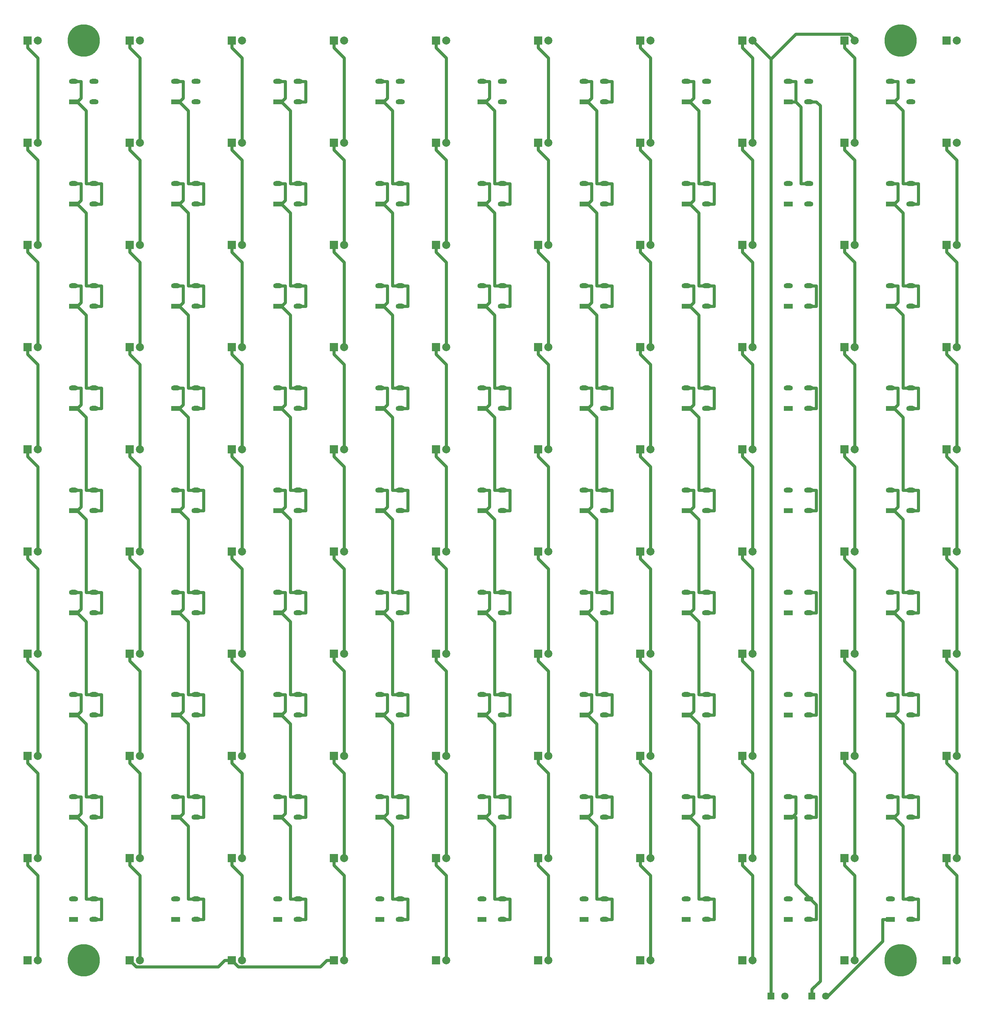
<source format=gbr>
G04 #@! TF.GenerationSoftware,KiCad,Pcbnew,5.1.2-f72e74a~84~ubuntu16.04.1*
G04 #@! TF.CreationDate,2019-10-21T15:23:02-07:00*
G04 #@! TF.ProjectId,dual_led_array,6475616c-5f6c-4656-945f-61727261792e,rev?*
G04 #@! TF.SameCoordinates,Original*
G04 #@! TF.FileFunction,Copper,L2,Bot*
G04 #@! TF.FilePolarity,Positive*
%FSLAX46Y46*%
G04 Gerber Fmt 4.6, Leading zero omitted, Abs format (unit mm)*
G04 Created by KiCad (PCBNEW 5.1.2-f72e74a~84~ubuntu16.04.1) date 2019-10-21 15:23:02*
%MOMM*%
%LPD*%
G04 APERTURE LIST*
%ADD10C,8.026400*%
%ADD11C,2.000000*%
%ADD12R,2.000000X2.000000*%
%ADD13O,2.286000X1.270000*%
%ADD14R,2.286000X1.270000*%
%ADD15C,1.800000*%
%ADD16R,1.800000X1.800000*%
%ADD17C,0.762000*%
G04 APERTURE END LIST*
D10*
X279400000Y-292100000D03*
X76200000Y-292100000D03*
X76200000Y-63500000D03*
X279400000Y-63500000D03*
D11*
X64770000Y-63500000D03*
D12*
X62230000Y-63500000D03*
D11*
X64770000Y-88900000D03*
D12*
X62230000Y-88900000D03*
D11*
X64770000Y-114300000D03*
D12*
X62230000Y-114300000D03*
D11*
X64770000Y-139700000D03*
D12*
X62230000Y-139700000D03*
D11*
X64770000Y-165100000D03*
D12*
X62230000Y-165100000D03*
D11*
X64770000Y-190500000D03*
D12*
X62230000Y-190500000D03*
D11*
X64770000Y-215900000D03*
D12*
X62230000Y-215900000D03*
D11*
X64770000Y-241300000D03*
D12*
X62230000Y-241300000D03*
D11*
X64770000Y-266700000D03*
D12*
X62230000Y-266700000D03*
D11*
X64770000Y-292100000D03*
D12*
X62230000Y-292100000D03*
D11*
X90170000Y-63500000D03*
D12*
X87630000Y-63500000D03*
D11*
X90170000Y-88900000D03*
D12*
X87630000Y-88900000D03*
D11*
X90170000Y-114300000D03*
D12*
X87630000Y-114300000D03*
D11*
X90170000Y-139700000D03*
D12*
X87630000Y-139700000D03*
D11*
X90170000Y-165100000D03*
D12*
X87630000Y-165100000D03*
D11*
X90170000Y-190500000D03*
D12*
X87630000Y-190500000D03*
D11*
X90170000Y-215900000D03*
D12*
X87630000Y-215900000D03*
D11*
X90170000Y-241300000D03*
D12*
X87630000Y-241300000D03*
D11*
X90170000Y-266700000D03*
D12*
X87630000Y-266700000D03*
D11*
X90170000Y-292100000D03*
D12*
X87630000Y-292100000D03*
D11*
X115570000Y-63500000D03*
D12*
X113030000Y-63500000D03*
D11*
X115570000Y-88900000D03*
D12*
X113030000Y-88900000D03*
D11*
X115570000Y-114300000D03*
D12*
X113030000Y-114300000D03*
D11*
X115570000Y-139700000D03*
D12*
X113030000Y-139700000D03*
D11*
X115570000Y-165100000D03*
D12*
X113030000Y-165100000D03*
D11*
X115570000Y-190500000D03*
D12*
X113030000Y-190500000D03*
D11*
X115570000Y-215900000D03*
D12*
X113030000Y-215900000D03*
D11*
X115570000Y-241300000D03*
D12*
X113030000Y-241300000D03*
D11*
X115570000Y-266700000D03*
D12*
X113030000Y-266700000D03*
D11*
X115570000Y-292100000D03*
D12*
X113030000Y-292100000D03*
D11*
X140970000Y-63500000D03*
D12*
X138430000Y-63500000D03*
D11*
X140970000Y-88900000D03*
D12*
X138430000Y-88900000D03*
D11*
X140970000Y-114300000D03*
D12*
X138430000Y-114300000D03*
D11*
X140970000Y-139700000D03*
D12*
X138430000Y-139700000D03*
D11*
X140970000Y-165100000D03*
D12*
X138430000Y-165100000D03*
D11*
X140970000Y-190500000D03*
D12*
X138430000Y-190500000D03*
D11*
X140970000Y-215900000D03*
D12*
X138430000Y-215900000D03*
D11*
X140970000Y-241300000D03*
D12*
X138430000Y-241300000D03*
D11*
X140970000Y-266700000D03*
D12*
X138430000Y-266700000D03*
D11*
X140970000Y-292100000D03*
D12*
X138430000Y-292100000D03*
D11*
X166370000Y-63500000D03*
D12*
X163830000Y-63500000D03*
D11*
X166370000Y-88900000D03*
D12*
X163830000Y-88900000D03*
D11*
X166370000Y-114300000D03*
D12*
X163830000Y-114300000D03*
D11*
X166370000Y-139700000D03*
D12*
X163830000Y-139700000D03*
D11*
X166370000Y-165100000D03*
D12*
X163830000Y-165100000D03*
D11*
X166370000Y-190500000D03*
D12*
X163830000Y-190500000D03*
D11*
X166370000Y-215900000D03*
D12*
X163830000Y-215900000D03*
D11*
X166370000Y-241300000D03*
D12*
X163830000Y-241300000D03*
D11*
X166370000Y-266700000D03*
D12*
X163830000Y-266700000D03*
D11*
X166370000Y-292100000D03*
D12*
X163830000Y-292100000D03*
D11*
X191770000Y-63500000D03*
D12*
X189230000Y-63500000D03*
D11*
X191770000Y-88900000D03*
D12*
X189230000Y-88900000D03*
D11*
X191770000Y-114300000D03*
D12*
X189230000Y-114300000D03*
D11*
X191770000Y-139700000D03*
D12*
X189230000Y-139700000D03*
D11*
X191770000Y-165100000D03*
D12*
X189230000Y-165100000D03*
D11*
X191770000Y-190500000D03*
D12*
X189230000Y-190500000D03*
D11*
X191770000Y-215900000D03*
D12*
X189230000Y-215900000D03*
D11*
X191770000Y-241300000D03*
D12*
X189230000Y-241300000D03*
D11*
X191770000Y-266700000D03*
D12*
X189230000Y-266700000D03*
D11*
X191770000Y-292100000D03*
D12*
X189230000Y-292100000D03*
D11*
X217170000Y-63500000D03*
D12*
X214630000Y-63500000D03*
D11*
X217170000Y-88900000D03*
D12*
X214630000Y-88900000D03*
D11*
X217170000Y-114300000D03*
D12*
X214630000Y-114300000D03*
D11*
X217170000Y-139700000D03*
D12*
X214630000Y-139700000D03*
D11*
X217170000Y-165100000D03*
D12*
X214630000Y-165100000D03*
D11*
X217170000Y-190500000D03*
D12*
X214630000Y-190500000D03*
D11*
X217170000Y-215900000D03*
D12*
X214630000Y-215900000D03*
D11*
X217170000Y-241300000D03*
D12*
X214630000Y-241300000D03*
D11*
X217170000Y-266700000D03*
D12*
X214630000Y-266700000D03*
D11*
X217170000Y-292100000D03*
D12*
X214630000Y-292100000D03*
D11*
X242570000Y-63500000D03*
D12*
X240030000Y-63500000D03*
D11*
X242570000Y-88900000D03*
D12*
X240030000Y-88900000D03*
D11*
X242570000Y-114300000D03*
D12*
X240030000Y-114300000D03*
D11*
X242570000Y-139700000D03*
D12*
X240030000Y-139700000D03*
D11*
X242570000Y-165100000D03*
D12*
X240030000Y-165100000D03*
D11*
X242570000Y-190500000D03*
D12*
X240030000Y-190500000D03*
D11*
X242570000Y-215900000D03*
D12*
X240030000Y-215900000D03*
D11*
X242570000Y-241300000D03*
D12*
X240030000Y-241300000D03*
D11*
X242570000Y-266700000D03*
D12*
X240030000Y-266700000D03*
D11*
X242570000Y-292100000D03*
D12*
X240030000Y-292100000D03*
D11*
X267970000Y-63500000D03*
D12*
X265430000Y-63500000D03*
D11*
X267970000Y-88900000D03*
D12*
X265430000Y-88900000D03*
D11*
X267970000Y-114300000D03*
D12*
X265430000Y-114300000D03*
D11*
X267970000Y-139700000D03*
D12*
X265430000Y-139700000D03*
D11*
X267970000Y-165100000D03*
D12*
X265430000Y-165100000D03*
D11*
X267970000Y-190500000D03*
D12*
X265430000Y-190500000D03*
D11*
X267970000Y-215900000D03*
D12*
X265430000Y-215900000D03*
D11*
X267970000Y-241300000D03*
D12*
X265430000Y-241300000D03*
D11*
X267970000Y-266700000D03*
D12*
X265430000Y-266700000D03*
D11*
X267970000Y-292100000D03*
D12*
X265430000Y-292100000D03*
D11*
X293370000Y-63500000D03*
D12*
X290830000Y-63500000D03*
D11*
X293370000Y-88900000D03*
D12*
X290830000Y-88900000D03*
D11*
X293370000Y-114300000D03*
D12*
X290830000Y-114300000D03*
D11*
X293370000Y-139700000D03*
D12*
X290830000Y-139700000D03*
D11*
X293370000Y-165100000D03*
D12*
X290830000Y-165100000D03*
D11*
X293370000Y-190500000D03*
D12*
X290830000Y-190500000D03*
D11*
X293370000Y-215900000D03*
D12*
X290830000Y-215900000D03*
D11*
X293370000Y-241300000D03*
D12*
X290830000Y-241300000D03*
D11*
X293370000Y-266700000D03*
D12*
X290830000Y-266700000D03*
D11*
X293370000Y-292100000D03*
D12*
X290830000Y-292100000D03*
D13*
X73660000Y-73660000D03*
X78740000Y-73660000D03*
X78740000Y-78740000D03*
D14*
X73660000Y-78740000D03*
D13*
X73660000Y-99060000D03*
X78740000Y-99060000D03*
X78740000Y-104140000D03*
D14*
X73660000Y-104140000D03*
D13*
X73660000Y-124460000D03*
X78740000Y-124460000D03*
X78740000Y-129540000D03*
D14*
X73660000Y-129540000D03*
D13*
X73660000Y-149860000D03*
X78740000Y-149860000D03*
X78740000Y-154940000D03*
D14*
X73660000Y-154940000D03*
D13*
X73660000Y-175260000D03*
X78740000Y-175260000D03*
X78740000Y-180340000D03*
D14*
X73660000Y-180340000D03*
D13*
X73660000Y-200660000D03*
X78740000Y-200660000D03*
X78740000Y-205740000D03*
D14*
X73660000Y-205740000D03*
D13*
X73660000Y-226060000D03*
X78740000Y-226060000D03*
X78740000Y-231140000D03*
D14*
X73660000Y-231140000D03*
D13*
X73660000Y-251460000D03*
X78740000Y-251460000D03*
X78740000Y-256540000D03*
D14*
X73660000Y-256540000D03*
D13*
X73660000Y-276860000D03*
X78740000Y-276860000D03*
X78740000Y-281940000D03*
D14*
X73660000Y-281940000D03*
D13*
X99060000Y-73660000D03*
X104140000Y-73660000D03*
X104140000Y-78740000D03*
D14*
X99060000Y-78740000D03*
D13*
X99060000Y-99060000D03*
X104140000Y-99060000D03*
X104140000Y-104140000D03*
D14*
X99060000Y-104140000D03*
D13*
X99060000Y-124460000D03*
X104140000Y-124460000D03*
X104140000Y-129540000D03*
D14*
X99060000Y-129540000D03*
D13*
X99060000Y-149860000D03*
X104140000Y-149860000D03*
X104140000Y-154940000D03*
D14*
X99060000Y-154940000D03*
D13*
X99060000Y-175260000D03*
X104140000Y-175260000D03*
X104140000Y-180340000D03*
D14*
X99060000Y-180340000D03*
D13*
X99060000Y-200660000D03*
X104140000Y-200660000D03*
X104140000Y-205740000D03*
D14*
X99060000Y-205740000D03*
D13*
X99060000Y-226060000D03*
X104140000Y-226060000D03*
X104140000Y-231140000D03*
D14*
X99060000Y-231140000D03*
D13*
X99060000Y-251460000D03*
X104140000Y-251460000D03*
X104140000Y-256540000D03*
D14*
X99060000Y-256540000D03*
D13*
X99060000Y-276860000D03*
X104140000Y-276860000D03*
X104140000Y-281940000D03*
D14*
X99060000Y-281940000D03*
D13*
X124460000Y-73660000D03*
X129540000Y-73660000D03*
X129540000Y-78740000D03*
D14*
X124460000Y-78740000D03*
D13*
X124460000Y-99060000D03*
X129540000Y-99060000D03*
X129540000Y-104140000D03*
D14*
X124460000Y-104140000D03*
D13*
X124460000Y-124460000D03*
X129540000Y-124460000D03*
X129540000Y-129540000D03*
D14*
X124460000Y-129540000D03*
D13*
X124460000Y-149860000D03*
X129540000Y-149860000D03*
X129540000Y-154940000D03*
D14*
X124460000Y-154940000D03*
D13*
X124460000Y-175260000D03*
X129540000Y-175260000D03*
X129540000Y-180340000D03*
D14*
X124460000Y-180340000D03*
D13*
X124460000Y-200660000D03*
X129540000Y-200660000D03*
X129540000Y-205740000D03*
D14*
X124460000Y-205740000D03*
D13*
X124460000Y-226060000D03*
X129540000Y-226060000D03*
X129540000Y-231140000D03*
D14*
X124460000Y-231140000D03*
D13*
X124460000Y-251460000D03*
X129540000Y-251460000D03*
X129540000Y-256540000D03*
D14*
X124460000Y-256540000D03*
D13*
X124460000Y-276860000D03*
X129540000Y-276860000D03*
X129540000Y-281940000D03*
D14*
X124460000Y-281940000D03*
D13*
X149860000Y-73660000D03*
X154940000Y-73660000D03*
X154940000Y-78740000D03*
D14*
X149860000Y-78740000D03*
D13*
X149860000Y-99060000D03*
X154940000Y-99060000D03*
X154940000Y-104140000D03*
D14*
X149860000Y-104140000D03*
D13*
X149860000Y-124460000D03*
X154940000Y-124460000D03*
X154940000Y-129540000D03*
D14*
X149860000Y-129540000D03*
D13*
X149860000Y-149860000D03*
X154940000Y-149860000D03*
X154940000Y-154940000D03*
D14*
X149860000Y-154940000D03*
D13*
X149860000Y-175260000D03*
X154940000Y-175260000D03*
X154940000Y-180340000D03*
D14*
X149860000Y-180340000D03*
D13*
X149860000Y-200660000D03*
X154940000Y-200660000D03*
X154940000Y-205740000D03*
D14*
X149860000Y-205740000D03*
D13*
X149860000Y-226060000D03*
X154940000Y-226060000D03*
X154940000Y-231140000D03*
D14*
X149860000Y-231140000D03*
D13*
X149860000Y-251460000D03*
X154940000Y-251460000D03*
X154940000Y-256540000D03*
D14*
X149860000Y-256540000D03*
D13*
X149860000Y-276860000D03*
X154940000Y-276860000D03*
X154940000Y-281940000D03*
D14*
X149860000Y-281940000D03*
D13*
X175260000Y-73660000D03*
X180340000Y-73660000D03*
X180340000Y-78740000D03*
D14*
X175260000Y-78740000D03*
D13*
X175260000Y-99060000D03*
X180340000Y-99060000D03*
X180340000Y-104140000D03*
D14*
X175260000Y-104140000D03*
D13*
X175260000Y-124460000D03*
X180340000Y-124460000D03*
X180340000Y-129540000D03*
D14*
X175260000Y-129540000D03*
D13*
X175260000Y-149860000D03*
X180340000Y-149860000D03*
X180340000Y-154940000D03*
D14*
X175260000Y-154940000D03*
D13*
X175260000Y-175260000D03*
X180340000Y-175260000D03*
X180340000Y-180340000D03*
D14*
X175260000Y-180340000D03*
D13*
X175260000Y-200660000D03*
X180340000Y-200660000D03*
X180340000Y-205740000D03*
D14*
X175260000Y-205740000D03*
D13*
X175260000Y-226060000D03*
X180340000Y-226060000D03*
X180340000Y-231140000D03*
D14*
X175260000Y-231140000D03*
D13*
X175260000Y-251460000D03*
X180340000Y-251460000D03*
X180340000Y-256540000D03*
D14*
X175260000Y-256540000D03*
D13*
X175260000Y-276860000D03*
X180340000Y-276860000D03*
X180340000Y-281940000D03*
D14*
X175260000Y-281940000D03*
D13*
X200660000Y-73660000D03*
X205740000Y-73660000D03*
X205740000Y-78740000D03*
D14*
X200660000Y-78740000D03*
D13*
X200660000Y-99060000D03*
X205740000Y-99060000D03*
X205740000Y-104140000D03*
D14*
X200660000Y-104140000D03*
D13*
X200660000Y-124460000D03*
X205740000Y-124460000D03*
X205740000Y-129540000D03*
D14*
X200660000Y-129540000D03*
D13*
X200660000Y-149860000D03*
X205740000Y-149860000D03*
X205740000Y-154940000D03*
D14*
X200660000Y-154940000D03*
D13*
X200660000Y-175260000D03*
X205740000Y-175260000D03*
X205740000Y-180340000D03*
D14*
X200660000Y-180340000D03*
D13*
X200660000Y-200660000D03*
X205740000Y-200660000D03*
X205740000Y-205740000D03*
D14*
X200660000Y-205740000D03*
D13*
X200660000Y-226060000D03*
X205740000Y-226060000D03*
X205740000Y-231140000D03*
D14*
X200660000Y-231140000D03*
D13*
X200660000Y-251460000D03*
X205740000Y-251460000D03*
X205740000Y-256540000D03*
D14*
X200660000Y-256540000D03*
D13*
X200660000Y-276860000D03*
X205740000Y-276860000D03*
X205740000Y-281940000D03*
D14*
X200660000Y-281940000D03*
D13*
X226060000Y-73660000D03*
X231140000Y-73660000D03*
X231140000Y-78740000D03*
D14*
X226060000Y-78740000D03*
D13*
X226060000Y-99060000D03*
X231140000Y-99060000D03*
X231140000Y-104140000D03*
D14*
X226060000Y-104140000D03*
D13*
X226060000Y-124460000D03*
X231140000Y-124460000D03*
X231140000Y-129540000D03*
D14*
X226060000Y-129540000D03*
D13*
X226060000Y-149860000D03*
X231140000Y-149860000D03*
X231140000Y-154940000D03*
D14*
X226060000Y-154940000D03*
D13*
X226060000Y-175260000D03*
X231140000Y-175260000D03*
X231140000Y-180340000D03*
D14*
X226060000Y-180340000D03*
D13*
X226060000Y-200660000D03*
X231140000Y-200660000D03*
X231140000Y-205740000D03*
D14*
X226060000Y-205740000D03*
D13*
X226060000Y-226060000D03*
X231140000Y-226060000D03*
X231140000Y-231140000D03*
D14*
X226060000Y-231140000D03*
D13*
X226060000Y-251460000D03*
X231140000Y-251460000D03*
X231140000Y-256540000D03*
D14*
X226060000Y-256540000D03*
D13*
X226060000Y-276860000D03*
X231140000Y-276860000D03*
X231140000Y-281940000D03*
D14*
X226060000Y-281940000D03*
D13*
X251460000Y-73660000D03*
X256540000Y-73660000D03*
X256540000Y-78740000D03*
D14*
X251460000Y-78740000D03*
D13*
X251460000Y-99060000D03*
X256540000Y-99060000D03*
X256540000Y-104140000D03*
D14*
X251460000Y-104140000D03*
D13*
X251460000Y-124460000D03*
X256540000Y-124460000D03*
X256540000Y-129540000D03*
D14*
X251460000Y-129540000D03*
D13*
X251460000Y-149860000D03*
X256540000Y-149860000D03*
X256540000Y-154940000D03*
D14*
X251460000Y-154940000D03*
D13*
X251460000Y-175260000D03*
X256540000Y-175260000D03*
X256540000Y-180340000D03*
D14*
X251460000Y-180340000D03*
D13*
X251460000Y-200660000D03*
X256540000Y-200660000D03*
X256540000Y-205740000D03*
D14*
X251460000Y-205740000D03*
D13*
X251460000Y-226060000D03*
X256540000Y-226060000D03*
X256540000Y-231140000D03*
D14*
X251460000Y-231140000D03*
D13*
X251460000Y-251460000D03*
X256540000Y-251460000D03*
X256540000Y-256540000D03*
D14*
X251460000Y-256540000D03*
D13*
X251460000Y-276860000D03*
X256540000Y-276860000D03*
X256540000Y-281940000D03*
D14*
X251460000Y-281940000D03*
D13*
X276860000Y-73660000D03*
X281940000Y-73660000D03*
X281940000Y-78740000D03*
D14*
X276860000Y-78740000D03*
D13*
X276860000Y-99060000D03*
X281940000Y-99060000D03*
X281940000Y-104140000D03*
D14*
X276860000Y-104140000D03*
D13*
X276860000Y-124460000D03*
X281940000Y-124460000D03*
X281940000Y-129540000D03*
D14*
X276860000Y-129540000D03*
D13*
X276860000Y-149860000D03*
X281940000Y-149860000D03*
X281940000Y-154940000D03*
D14*
X276860000Y-154940000D03*
D13*
X276860000Y-175260000D03*
X281940000Y-175260000D03*
X281940000Y-180340000D03*
D14*
X276860000Y-180340000D03*
D13*
X276860000Y-200660000D03*
X281940000Y-200660000D03*
X281940000Y-205740000D03*
D14*
X276860000Y-205740000D03*
D13*
X276860000Y-226060000D03*
X281940000Y-226060000D03*
X281940000Y-231140000D03*
D14*
X276860000Y-231140000D03*
D13*
X276860000Y-251460000D03*
X281940000Y-251460000D03*
X281940000Y-256540000D03*
D14*
X276860000Y-256540000D03*
D13*
X276860000Y-276860000D03*
X281940000Y-276860000D03*
X281940000Y-281940000D03*
D14*
X276860000Y-281940000D03*
D15*
X250670060Y-300990000D03*
D16*
X247169940Y-300990000D03*
D15*
X260830060Y-300990000D03*
D16*
X257329940Y-300990000D03*
D17*
X62230000Y-63500000D02*
X62230000Y-65262000D01*
X64770000Y-88900000D02*
X64770000Y-67802000D01*
X64770000Y-67802000D02*
X62230000Y-65262000D01*
X247169900Y-68099900D02*
X242570000Y-63500000D01*
X247169900Y-300990000D02*
X247169900Y-68099900D01*
X247169900Y-68099900D02*
X253351200Y-61918600D01*
X253351200Y-61918600D02*
X266700000Y-61918600D01*
X266700000Y-61918600D02*
X267970000Y-63188600D01*
X267970000Y-63188600D02*
X267970000Y-63500000D01*
X62230000Y-88900000D02*
X62230000Y-90662000D01*
X64770000Y-114300000D02*
X64770000Y-93202000D01*
X64770000Y-93202000D02*
X62230000Y-90662000D01*
X62230000Y-114300000D02*
X62230000Y-116062000D01*
X64770000Y-139700000D02*
X64770000Y-118602000D01*
X64770000Y-118602000D02*
X62230000Y-116062000D01*
X62230000Y-139700000D02*
X62230000Y-141462000D01*
X64770000Y-165100000D02*
X64770000Y-144002000D01*
X64770000Y-144002000D02*
X62230000Y-141462000D01*
X62230000Y-165100000D02*
X62230000Y-166862000D01*
X64770000Y-190500000D02*
X64770000Y-169402000D01*
X64770000Y-169402000D02*
X62230000Y-166862000D01*
X62230000Y-190500000D02*
X62230000Y-192262000D01*
X64770000Y-215900000D02*
X64770000Y-194802000D01*
X64770000Y-194802000D02*
X62230000Y-192262000D01*
X62230000Y-215900000D02*
X62230000Y-217662000D01*
X64770000Y-241300000D02*
X64770000Y-220202000D01*
X64770000Y-220202000D02*
X62230000Y-217662000D01*
X62230000Y-241300000D02*
X62230000Y-243062000D01*
X64770000Y-266700000D02*
X64770000Y-245602000D01*
X64770000Y-245602000D02*
X62230000Y-243062000D01*
X62230000Y-266700000D02*
X62230000Y-268462000D01*
X64770000Y-292100000D02*
X64770000Y-271002000D01*
X64770000Y-271002000D02*
X62230000Y-268462000D01*
X138430000Y-292100000D02*
X136668000Y-292100000D01*
X136668000Y-292100000D02*
X135071000Y-293697000D01*
X135071000Y-293697000D02*
X114627000Y-293697000D01*
X114627000Y-293697000D02*
X113030000Y-292100000D01*
X113030000Y-292100000D02*
X111268000Y-292100000D01*
X111268000Y-292100000D02*
X109671000Y-293697000D01*
X109671000Y-293697000D02*
X89227000Y-293697000D01*
X89227000Y-293697000D02*
X87630000Y-292100000D01*
X87630000Y-63500000D02*
X87630000Y-65262000D01*
X90170000Y-88900000D02*
X90170000Y-67802000D01*
X90170000Y-67802000D02*
X87630000Y-65262000D01*
X87630000Y-88900000D02*
X87630000Y-90662000D01*
X90170000Y-114300000D02*
X90170000Y-93202000D01*
X90170000Y-93202000D02*
X87630000Y-90662000D01*
X87630000Y-114300000D02*
X87630000Y-116062000D01*
X90170000Y-139700000D02*
X90170000Y-118602000D01*
X90170000Y-118602000D02*
X87630000Y-116062000D01*
X87630000Y-139700000D02*
X87630000Y-141462000D01*
X90170000Y-165100000D02*
X90170000Y-144002000D01*
X90170000Y-144002000D02*
X87630000Y-141462000D01*
X87630000Y-165100000D02*
X87630000Y-166862000D01*
X90170000Y-190500000D02*
X90170000Y-169402000D01*
X90170000Y-169402000D02*
X87630000Y-166862000D01*
X87630000Y-190500000D02*
X87630000Y-192262000D01*
X90170000Y-215900000D02*
X90170000Y-194802000D01*
X90170000Y-194802000D02*
X87630000Y-192262000D01*
X87630000Y-215900000D02*
X87630000Y-217662000D01*
X90170000Y-241300000D02*
X90170000Y-220202000D01*
X90170000Y-220202000D02*
X87630000Y-217662000D01*
X87630000Y-241300000D02*
X87630000Y-243062000D01*
X90170000Y-266700000D02*
X90170000Y-245602000D01*
X90170000Y-245602000D02*
X87630000Y-243062000D01*
X87630000Y-266700000D02*
X87630000Y-268462000D01*
X90170000Y-292100000D02*
X90170000Y-271002000D01*
X90170000Y-271002000D02*
X87630000Y-268462000D01*
X113030000Y-63500000D02*
X113030000Y-65262000D01*
X115570000Y-88900000D02*
X115570000Y-67802000D01*
X115570000Y-67802000D02*
X113030000Y-65262000D01*
X113030000Y-88900000D02*
X113030000Y-90662000D01*
X115570000Y-114300000D02*
X115570000Y-93202000D01*
X115570000Y-93202000D02*
X113030000Y-90662000D01*
X113030000Y-114300000D02*
X113030000Y-116062000D01*
X115570000Y-139700000D02*
X115570000Y-118602000D01*
X115570000Y-118602000D02*
X113030000Y-116062000D01*
X113030000Y-139700000D02*
X113030000Y-141462000D01*
X115570000Y-165100000D02*
X115570000Y-144002000D01*
X115570000Y-144002000D02*
X113030000Y-141462000D01*
X113030000Y-165100000D02*
X113030000Y-166862000D01*
X115570000Y-190500000D02*
X115570000Y-169402000D01*
X115570000Y-169402000D02*
X113030000Y-166862000D01*
X113030000Y-190500000D02*
X113030000Y-192262000D01*
X115570000Y-215900000D02*
X115570000Y-194802000D01*
X115570000Y-194802000D02*
X113030000Y-192262000D01*
X113030000Y-215900000D02*
X113030000Y-217662000D01*
X115570000Y-241300000D02*
X115570000Y-220202000D01*
X115570000Y-220202000D02*
X113030000Y-217662000D01*
X113030000Y-241300000D02*
X113030000Y-243062000D01*
X115570000Y-266700000D02*
X115570000Y-245602000D01*
X115570000Y-245602000D02*
X113030000Y-243062000D01*
X113030000Y-266700000D02*
X113030000Y-268462000D01*
X115570000Y-292100000D02*
X115570000Y-271002000D01*
X115570000Y-271002000D02*
X113030000Y-268462000D01*
X138430000Y-63500000D02*
X138430000Y-65262000D01*
X140970000Y-88900000D02*
X140970000Y-67802000D01*
X140970000Y-67802000D02*
X138430000Y-65262000D01*
X138430000Y-88900000D02*
X138430000Y-90662000D01*
X140970000Y-114300000D02*
X140970000Y-93202000D01*
X140970000Y-93202000D02*
X138430000Y-90662000D01*
X138430000Y-114300000D02*
X138430000Y-116062000D01*
X140970000Y-139700000D02*
X140970000Y-118602000D01*
X140970000Y-118602000D02*
X138430000Y-116062000D01*
X138430000Y-139700000D02*
X138430000Y-141462000D01*
X140970000Y-165100000D02*
X140970000Y-144002000D01*
X140970000Y-144002000D02*
X138430000Y-141462000D01*
X138430000Y-165100000D02*
X138430000Y-166862000D01*
X140970000Y-190500000D02*
X140970000Y-169402000D01*
X140970000Y-169402000D02*
X138430000Y-166862000D01*
X138430000Y-190500000D02*
X138430000Y-192262000D01*
X140970000Y-215900000D02*
X140970000Y-194802000D01*
X140970000Y-194802000D02*
X138430000Y-192262000D01*
X138430000Y-215900000D02*
X138430000Y-217662000D01*
X140970000Y-241300000D02*
X140970000Y-220202000D01*
X140970000Y-220202000D02*
X138430000Y-217662000D01*
X138430000Y-241300000D02*
X138430000Y-243062000D01*
X140970000Y-266700000D02*
X140970000Y-245602000D01*
X140970000Y-245602000D02*
X138430000Y-243062000D01*
X138430000Y-266700000D02*
X138430000Y-268462000D01*
X140970000Y-292100000D02*
X140970000Y-271002000D01*
X140970000Y-271002000D02*
X138430000Y-268462000D01*
X163830000Y-63500000D02*
X163830000Y-65262000D01*
X166370000Y-88900000D02*
X166370000Y-67802000D01*
X166370000Y-67802000D02*
X163830000Y-65262000D01*
X163830000Y-88900000D02*
X163830000Y-90662000D01*
X166370000Y-114300000D02*
X166370000Y-93202000D01*
X166370000Y-93202000D02*
X163830000Y-90662000D01*
X163830000Y-114300000D02*
X163830000Y-116062000D01*
X166370000Y-139700000D02*
X166370000Y-118602000D01*
X166370000Y-118602000D02*
X163830000Y-116062000D01*
X163830000Y-139700000D02*
X163830000Y-141462000D01*
X166370000Y-165100000D02*
X166370000Y-144002000D01*
X166370000Y-144002000D02*
X163830000Y-141462000D01*
X163830000Y-165100000D02*
X163830000Y-166862000D01*
X166370000Y-190500000D02*
X166370000Y-169402000D01*
X166370000Y-169402000D02*
X163830000Y-166862000D01*
X163830000Y-190500000D02*
X163830000Y-192262000D01*
X166370000Y-215900000D02*
X166370000Y-194802000D01*
X166370000Y-194802000D02*
X163830000Y-192262000D01*
X163830000Y-215900000D02*
X163830000Y-217662000D01*
X166370000Y-241300000D02*
X166370000Y-220202000D01*
X166370000Y-220202000D02*
X163830000Y-217662000D01*
X163830000Y-241300000D02*
X163830000Y-243062000D01*
X166370000Y-266700000D02*
X166370000Y-245602000D01*
X166370000Y-245602000D02*
X163830000Y-243062000D01*
X163830000Y-266700000D02*
X163830000Y-268462000D01*
X166370000Y-292100000D02*
X166370000Y-271002000D01*
X166370000Y-271002000D02*
X163830000Y-268462000D01*
X189230000Y-63500000D02*
X189230000Y-65262000D01*
X191770000Y-88900000D02*
X191770000Y-67802000D01*
X191770000Y-67802000D02*
X189230000Y-65262000D01*
X189230000Y-88900000D02*
X189230000Y-90662000D01*
X191770000Y-114300000D02*
X191770000Y-93202000D01*
X191770000Y-93202000D02*
X189230000Y-90662000D01*
X189230000Y-114300000D02*
X189230000Y-116062000D01*
X191770000Y-139700000D02*
X191770000Y-118602000D01*
X191770000Y-118602000D02*
X189230000Y-116062000D01*
X189230000Y-139700000D02*
X189230000Y-141462000D01*
X191770000Y-165100000D02*
X191770000Y-144002000D01*
X191770000Y-144002000D02*
X189230000Y-141462000D01*
X189230000Y-165100000D02*
X189230000Y-166862000D01*
X191770000Y-190500000D02*
X191770000Y-169402000D01*
X191770000Y-169402000D02*
X189230000Y-166862000D01*
X189230000Y-190500000D02*
X189230000Y-192262000D01*
X191770000Y-215900000D02*
X191770000Y-194802000D01*
X191770000Y-194802000D02*
X189230000Y-192262000D01*
X189230000Y-215900000D02*
X189230000Y-217662000D01*
X191770000Y-241300000D02*
X191770000Y-220202000D01*
X191770000Y-220202000D02*
X189230000Y-217662000D01*
X189230000Y-241300000D02*
X189230000Y-243062000D01*
X191770000Y-266700000D02*
X191770000Y-245602000D01*
X191770000Y-245602000D02*
X189230000Y-243062000D01*
X189230000Y-266700000D02*
X189230000Y-268462000D01*
X191770000Y-292100000D02*
X191770000Y-271002000D01*
X191770000Y-271002000D02*
X189230000Y-268462000D01*
X214630000Y-63500000D02*
X214630000Y-65262000D01*
X217170000Y-88900000D02*
X217170000Y-67802000D01*
X217170000Y-67802000D02*
X214630000Y-65262000D01*
X214630000Y-88900000D02*
X214630000Y-90662000D01*
X217170000Y-114300000D02*
X217170000Y-93202000D01*
X217170000Y-93202000D02*
X214630000Y-90662000D01*
X214630000Y-114300000D02*
X214630000Y-116062000D01*
X217170000Y-139700000D02*
X217170000Y-118602000D01*
X217170000Y-118602000D02*
X214630000Y-116062000D01*
X214630000Y-139700000D02*
X214630000Y-141462000D01*
X217170000Y-165100000D02*
X217170000Y-144002000D01*
X217170000Y-144002000D02*
X214630000Y-141462000D01*
X214630000Y-165100000D02*
X214630000Y-166862000D01*
X217170000Y-190500000D02*
X217170000Y-169402000D01*
X217170000Y-169402000D02*
X214630000Y-166862000D01*
X214630000Y-190500000D02*
X214630000Y-192262000D01*
X217170000Y-215900000D02*
X217170000Y-194802000D01*
X217170000Y-194802000D02*
X214630000Y-192262000D01*
X214630000Y-215900000D02*
X214630000Y-217662000D01*
X217170000Y-241300000D02*
X217170000Y-220202000D01*
X217170000Y-220202000D02*
X214630000Y-217662000D01*
X214630000Y-241300000D02*
X214630000Y-243062000D01*
X217170000Y-266700000D02*
X217170000Y-245602000D01*
X217170000Y-245602000D02*
X214630000Y-243062000D01*
X214630000Y-266700000D02*
X214630000Y-268462000D01*
X217170000Y-292100000D02*
X217170000Y-271002000D01*
X217170000Y-271002000D02*
X214630000Y-268462000D01*
X240030000Y-63500000D02*
X240030000Y-65262000D01*
X242570000Y-88900000D02*
X242570000Y-67802000D01*
X242570000Y-67802000D02*
X240030000Y-65262000D01*
X240030000Y-88900000D02*
X240030000Y-90662000D01*
X242570000Y-114300000D02*
X242570000Y-93202000D01*
X242570000Y-93202000D02*
X240030000Y-90662000D01*
X240030000Y-114300000D02*
X240030000Y-116062000D01*
X242570000Y-139700000D02*
X242570000Y-118602000D01*
X242570000Y-118602000D02*
X240030000Y-116062000D01*
X240030000Y-139700000D02*
X240030000Y-141462000D01*
X242570000Y-165100000D02*
X242570000Y-144002000D01*
X242570000Y-144002000D02*
X240030000Y-141462000D01*
X240030000Y-165100000D02*
X240030000Y-166862000D01*
X242570000Y-190500000D02*
X242570000Y-169402000D01*
X242570000Y-169402000D02*
X240030000Y-166862000D01*
X240030000Y-190500000D02*
X240030000Y-192262000D01*
X242570000Y-215900000D02*
X242570000Y-194802000D01*
X242570000Y-194802000D02*
X240030000Y-192262000D01*
X240030000Y-215900000D02*
X240030000Y-217662000D01*
X242570000Y-241300000D02*
X242570000Y-220202000D01*
X242570000Y-220202000D02*
X240030000Y-217662000D01*
X240030000Y-241300000D02*
X240030000Y-243062000D01*
X242570000Y-266700000D02*
X242570000Y-245602000D01*
X242570000Y-245602000D02*
X240030000Y-243062000D01*
X240030000Y-266700000D02*
X240030000Y-268462000D01*
X242570000Y-292100000D02*
X242570000Y-271002000D01*
X242570000Y-271002000D02*
X240030000Y-268462000D01*
X265430000Y-63500000D02*
X265430000Y-65262000D01*
X267970000Y-88900000D02*
X267970000Y-67802000D01*
X267970000Y-67802000D02*
X265430000Y-65262000D01*
X265430000Y-88900000D02*
X265430000Y-90662000D01*
X267970000Y-114300000D02*
X267970000Y-93202000D01*
X267970000Y-93202000D02*
X265430000Y-90662000D01*
X265430000Y-114300000D02*
X265430000Y-116062000D01*
X267970000Y-139700000D02*
X267970000Y-118602000D01*
X267970000Y-118602000D02*
X265430000Y-116062000D01*
X265430000Y-139700000D02*
X265430000Y-141462000D01*
X267970000Y-165100000D02*
X267970000Y-144002000D01*
X267970000Y-144002000D02*
X265430000Y-141462000D01*
X265430000Y-165100000D02*
X265430000Y-166862000D01*
X267970000Y-190500000D02*
X267970000Y-169402000D01*
X267970000Y-169402000D02*
X265430000Y-166862000D01*
X265430000Y-190500000D02*
X265430000Y-192262000D01*
X267970000Y-215900000D02*
X267970000Y-194802000D01*
X267970000Y-194802000D02*
X265430000Y-192262000D01*
X265430000Y-215900000D02*
X265430000Y-217662000D01*
X267970000Y-241300000D02*
X267970000Y-220202000D01*
X267970000Y-220202000D02*
X265430000Y-217662000D01*
X265430000Y-241300000D02*
X265430000Y-243062000D01*
X267970000Y-266700000D02*
X267970000Y-245602000D01*
X267970000Y-245602000D02*
X265430000Y-243062000D01*
X265430000Y-266700000D02*
X265430000Y-268462000D01*
X267970000Y-292100000D02*
X267970000Y-271002000D01*
X267970000Y-271002000D02*
X265430000Y-268462000D01*
X290830000Y-88900000D02*
X290830000Y-90662000D01*
X293370000Y-114300000D02*
X293370000Y-93202000D01*
X293370000Y-93202000D02*
X290830000Y-90662000D01*
X290830000Y-114300000D02*
X290830000Y-116062000D01*
X293370000Y-139700000D02*
X293370000Y-118602000D01*
X293370000Y-118602000D02*
X290830000Y-116062000D01*
X290830000Y-139700000D02*
X290830000Y-141462000D01*
X293370000Y-165100000D02*
X293370000Y-144002000D01*
X293370000Y-144002000D02*
X290830000Y-141462000D01*
X290830000Y-165100000D02*
X290830000Y-166862000D01*
X293370000Y-190500000D02*
X293370000Y-169402000D01*
X293370000Y-169402000D02*
X290830000Y-166862000D01*
X290830000Y-190500000D02*
X290830000Y-192262000D01*
X293370000Y-215900000D02*
X293370000Y-194802000D01*
X293370000Y-194802000D02*
X290830000Y-192262000D01*
X290830000Y-215900000D02*
X290830000Y-217662000D01*
X293370000Y-241300000D02*
X293370000Y-220202000D01*
X293370000Y-220202000D02*
X290830000Y-217662000D01*
X290830000Y-241300000D02*
X290830000Y-243062000D01*
X293370000Y-266700000D02*
X293370000Y-245602000D01*
X293370000Y-245602000D02*
X290830000Y-243062000D01*
X290830000Y-266700000D02*
X290830000Y-268462000D01*
X293370000Y-292100000D02*
X293370000Y-271002000D01*
X293370000Y-271002000D02*
X290830000Y-268462000D01*
X78740000Y-99060000D02*
X76835000Y-99060000D01*
X78740000Y-99060000D02*
X80645000Y-99060000D01*
X78740000Y-104140000D02*
X80645000Y-104140000D01*
X80645000Y-104140000D02*
X80645000Y-99060000D01*
X76835000Y-99060000D02*
X76835000Y-80962500D01*
X76835000Y-80962500D02*
X74612500Y-78740000D01*
X73660000Y-73660000D02*
X75565000Y-73660000D01*
X74612500Y-78740000D02*
X75565000Y-77787500D01*
X75565000Y-77787500D02*
X75565000Y-73660000D01*
X73660000Y-78740000D02*
X74612500Y-78740000D01*
X256540000Y-78740000D02*
X258445000Y-78740000D01*
X257329900Y-300990000D02*
X257329900Y-299328000D01*
X257329900Y-299328000D02*
X259409800Y-297248100D01*
X259409800Y-297248100D02*
X259409800Y-79704800D01*
X259409800Y-79704800D02*
X258445000Y-78740000D01*
X129540000Y-73660000D02*
X131445000Y-73660000D01*
X129540000Y-78740000D02*
X131445000Y-78740000D01*
X131445000Y-78740000D02*
X131445000Y-73660000D01*
X205740000Y-73660000D02*
X207645000Y-73660000D01*
X205740000Y-78740000D02*
X207645000Y-78740000D01*
X207645000Y-78740000D02*
X207645000Y-73660000D01*
X78740000Y-124460000D02*
X76835000Y-124460000D01*
X78740000Y-124460000D02*
X80645000Y-124460000D01*
X78740000Y-129540000D02*
X80645000Y-129540000D01*
X80645000Y-129540000D02*
X80645000Y-124460000D01*
X76835000Y-124460000D02*
X76835000Y-106362500D01*
X76835000Y-106362500D02*
X74612500Y-104140000D01*
X73660000Y-99060000D02*
X75565000Y-99060000D01*
X74612500Y-104140000D02*
X75565000Y-103187500D01*
X75565000Y-103187500D02*
X75565000Y-99060000D01*
X73660000Y-104140000D02*
X74612500Y-104140000D01*
X78740000Y-149860000D02*
X76835000Y-149860000D01*
X78740000Y-149860000D02*
X80645000Y-149860000D01*
X78740000Y-154940000D02*
X80645000Y-154940000D01*
X80645000Y-154940000D02*
X80645000Y-149860000D01*
X76835000Y-149860000D02*
X76835000Y-131762500D01*
X76835000Y-131762500D02*
X74612500Y-129540000D01*
X73660000Y-124460000D02*
X75565000Y-124460000D01*
X74612500Y-129540000D02*
X75565000Y-128587500D01*
X75565000Y-128587500D02*
X75565000Y-124460000D01*
X73660000Y-129540000D02*
X74612500Y-129540000D01*
X78740000Y-175260000D02*
X76835000Y-175260000D01*
X78740000Y-175260000D02*
X80645000Y-175260000D01*
X78740000Y-180340000D02*
X80645000Y-180340000D01*
X80645000Y-180340000D02*
X80645000Y-175260000D01*
X76835000Y-175260000D02*
X76835000Y-157162500D01*
X76835000Y-157162500D02*
X74612500Y-154940000D01*
X73660000Y-149860000D02*
X75565000Y-149860000D01*
X74612500Y-154940000D02*
X75565000Y-153987500D01*
X75565000Y-153987500D02*
X75565000Y-149860000D01*
X73660000Y-154940000D02*
X74612500Y-154940000D01*
X78740000Y-200660000D02*
X76835000Y-200660000D01*
X78740000Y-200660000D02*
X80645000Y-200660000D01*
X78740000Y-205740000D02*
X80645000Y-205740000D01*
X80645000Y-205740000D02*
X80645000Y-200660000D01*
X76835000Y-200660000D02*
X76835000Y-182562500D01*
X76835000Y-182562500D02*
X74612500Y-180340000D01*
X73660000Y-175260000D02*
X75565000Y-175260000D01*
X74612500Y-180340000D02*
X75565000Y-179387500D01*
X75565000Y-179387500D02*
X75565000Y-175260000D01*
X73660000Y-180340000D02*
X74612500Y-180340000D01*
X78740000Y-226060000D02*
X76835000Y-226060000D01*
X78740000Y-226060000D02*
X80645000Y-226060000D01*
X78740000Y-231140000D02*
X80645000Y-231140000D01*
X80645000Y-231140000D02*
X80645000Y-226060000D01*
X76835000Y-226060000D02*
X76835000Y-207962500D01*
X76835000Y-207962500D02*
X74612500Y-205740000D01*
X73660000Y-200660000D02*
X75565000Y-200660000D01*
X74612500Y-205740000D02*
X75565000Y-204787500D01*
X75565000Y-204787500D02*
X75565000Y-200660000D01*
X73660000Y-205740000D02*
X74612500Y-205740000D01*
X78740000Y-251460000D02*
X76835000Y-251460000D01*
X78740000Y-251460000D02*
X80645000Y-251460000D01*
X78740000Y-256540000D02*
X80645000Y-256540000D01*
X80645000Y-256540000D02*
X80645000Y-251460000D01*
X76835000Y-251460000D02*
X76835000Y-233362500D01*
X76835000Y-233362500D02*
X74612500Y-231140000D01*
X73660000Y-226060000D02*
X75565000Y-226060000D01*
X74612500Y-231140000D02*
X75565000Y-230187500D01*
X75565000Y-230187500D02*
X75565000Y-226060000D01*
X73660000Y-231140000D02*
X74612500Y-231140000D01*
X78740000Y-276860000D02*
X76835000Y-276860000D01*
X78740000Y-276860000D02*
X80645000Y-276860000D01*
X78740000Y-281940000D02*
X80645000Y-281940000D01*
X80645000Y-281940000D02*
X80645000Y-276860000D01*
X76835000Y-276860000D02*
X76835000Y-258762500D01*
X76835000Y-258762500D02*
X74612500Y-256540000D01*
X73660000Y-251460000D02*
X75565000Y-251460000D01*
X74612500Y-256540000D02*
X75565000Y-255587500D01*
X75565000Y-255587500D02*
X75565000Y-251460000D01*
X73660000Y-256540000D02*
X74612500Y-256540000D01*
X276860000Y-281940000D02*
X274955000Y-281940000D01*
X260830100Y-300990000D02*
X261327300Y-300990000D01*
X261327300Y-300990000D02*
X274955000Y-287362300D01*
X274955000Y-287362300D02*
X274955000Y-281940000D01*
X104140000Y-99060000D02*
X102235000Y-99060000D01*
X104140000Y-99060000D02*
X106045000Y-99060000D01*
X104140000Y-104140000D02*
X106045000Y-104140000D01*
X106045000Y-104140000D02*
X106045000Y-99060000D01*
X102235000Y-99060000D02*
X102235000Y-80962500D01*
X102235000Y-80962500D02*
X100012500Y-78740000D01*
X99060000Y-73660000D02*
X100965000Y-73660000D01*
X100012500Y-78740000D02*
X100965000Y-77787500D01*
X100965000Y-77787500D02*
X100965000Y-73660000D01*
X99060000Y-78740000D02*
X100012500Y-78740000D01*
X104140000Y-124460000D02*
X102235000Y-124460000D01*
X104140000Y-124460000D02*
X106045000Y-124460000D01*
X104140000Y-129540000D02*
X106045000Y-129540000D01*
X106045000Y-129540000D02*
X106045000Y-124460000D01*
X102235000Y-124460000D02*
X102235000Y-106362500D01*
X102235000Y-106362500D02*
X100012500Y-104140000D01*
X99060000Y-99060000D02*
X100965000Y-99060000D01*
X100012500Y-104140000D02*
X100965000Y-103187500D01*
X100965000Y-103187500D02*
X100965000Y-99060000D01*
X99060000Y-104140000D02*
X100012500Y-104140000D01*
X104140000Y-149860000D02*
X102235000Y-149860000D01*
X104140000Y-149860000D02*
X106045000Y-149860000D01*
X104140000Y-154940000D02*
X106045000Y-154940000D01*
X106045000Y-154940000D02*
X106045000Y-149860000D01*
X102235000Y-149860000D02*
X102235000Y-131762500D01*
X102235000Y-131762500D02*
X100012500Y-129540000D01*
X99060000Y-124460000D02*
X100965000Y-124460000D01*
X100012500Y-129540000D02*
X100965000Y-128587500D01*
X100965000Y-128587500D02*
X100965000Y-124460000D01*
X99060000Y-129540000D02*
X100012500Y-129540000D01*
X104140000Y-175260000D02*
X102235000Y-175260000D01*
X104140000Y-175260000D02*
X106045000Y-175260000D01*
X104140000Y-180340000D02*
X106045000Y-180340000D01*
X106045000Y-180340000D02*
X106045000Y-175260000D01*
X102235000Y-175260000D02*
X102235000Y-157162500D01*
X102235000Y-157162500D02*
X100012500Y-154940000D01*
X99060000Y-149860000D02*
X100965000Y-149860000D01*
X100012500Y-154940000D02*
X100965000Y-153987500D01*
X100965000Y-153987500D02*
X100965000Y-149860000D01*
X99060000Y-154940000D02*
X100012500Y-154940000D01*
X104140000Y-200660000D02*
X102235000Y-200660000D01*
X104140000Y-200660000D02*
X106045000Y-200660000D01*
X104140000Y-205740000D02*
X106045000Y-205740000D01*
X106045000Y-205740000D02*
X106045000Y-200660000D01*
X102235000Y-200660000D02*
X102235000Y-182562500D01*
X102235000Y-182562500D02*
X100012500Y-180340000D01*
X99060000Y-175260000D02*
X100965000Y-175260000D01*
X100012500Y-180340000D02*
X100965000Y-179387500D01*
X100965000Y-179387500D02*
X100965000Y-175260000D01*
X99060000Y-180340000D02*
X100012500Y-180340000D01*
X104140000Y-226060000D02*
X102235000Y-226060000D01*
X104140000Y-226060000D02*
X106045000Y-226060000D01*
X104140000Y-231140000D02*
X106045000Y-231140000D01*
X106045000Y-231140000D02*
X106045000Y-226060000D01*
X102235000Y-226060000D02*
X102235000Y-207962500D01*
X102235000Y-207962500D02*
X100012500Y-205740000D01*
X99060000Y-200660000D02*
X100965000Y-200660000D01*
X100012500Y-205740000D02*
X100965000Y-204787500D01*
X100965000Y-204787500D02*
X100965000Y-200660000D01*
X99060000Y-205740000D02*
X100012500Y-205740000D01*
X104140000Y-251460000D02*
X102235000Y-251460000D01*
X104140000Y-251460000D02*
X106045000Y-251460000D01*
X104140000Y-256540000D02*
X106045000Y-256540000D01*
X106045000Y-256540000D02*
X106045000Y-251460000D01*
X102235000Y-251460000D02*
X102235000Y-233362500D01*
X102235000Y-233362500D02*
X100012500Y-231140000D01*
X99060000Y-226060000D02*
X100965000Y-226060000D01*
X100012500Y-231140000D02*
X100965000Y-230187500D01*
X100965000Y-230187500D02*
X100965000Y-226060000D01*
X99060000Y-231140000D02*
X100012500Y-231140000D01*
X104140000Y-276860000D02*
X102235000Y-276860000D01*
X104140000Y-276860000D02*
X106045000Y-276860000D01*
X104140000Y-281940000D02*
X106045000Y-281940000D01*
X106045000Y-281940000D02*
X106045000Y-276860000D01*
X102235000Y-276860000D02*
X102235000Y-258762500D01*
X102235000Y-258762500D02*
X100012500Y-256540000D01*
X99060000Y-251460000D02*
X100965000Y-251460000D01*
X100012500Y-256540000D02*
X100965000Y-255587500D01*
X100965000Y-255587500D02*
X100965000Y-251460000D01*
X99060000Y-256540000D02*
X100012500Y-256540000D01*
X129540000Y-99060000D02*
X127635000Y-99060000D01*
X129540000Y-99060000D02*
X131445000Y-99060000D01*
X129540000Y-104140000D02*
X131445000Y-104140000D01*
X131445000Y-104140000D02*
X131445000Y-99060000D01*
X127635000Y-99060000D02*
X127635000Y-80962500D01*
X127635000Y-80962500D02*
X125412500Y-78740000D01*
X124460000Y-73660000D02*
X126365000Y-73660000D01*
X125412500Y-78740000D02*
X126365000Y-77787500D01*
X126365000Y-77787500D02*
X126365000Y-73660000D01*
X124460000Y-78740000D02*
X125412500Y-78740000D01*
X129540000Y-124460000D02*
X127635000Y-124460000D01*
X129540000Y-124460000D02*
X131445000Y-124460000D01*
X129540000Y-129540000D02*
X131445000Y-129540000D01*
X131445000Y-129540000D02*
X131445000Y-124460000D01*
X127635000Y-124460000D02*
X127635000Y-106362500D01*
X127635000Y-106362500D02*
X125412500Y-104140000D01*
X124460000Y-99060000D02*
X126365000Y-99060000D01*
X125412500Y-104140000D02*
X126365000Y-103187500D01*
X126365000Y-103187500D02*
X126365000Y-99060000D01*
X124460000Y-104140000D02*
X125412500Y-104140000D01*
X129540000Y-149860000D02*
X127635000Y-149860000D01*
X129540000Y-149860000D02*
X131445000Y-149860000D01*
X129540000Y-154940000D02*
X131445000Y-154940000D01*
X131445000Y-154940000D02*
X131445000Y-149860000D01*
X127635000Y-149860000D02*
X127635000Y-131762500D01*
X127635000Y-131762500D02*
X125412500Y-129540000D01*
X124460000Y-124460000D02*
X126365000Y-124460000D01*
X125412500Y-129540000D02*
X126365000Y-128587500D01*
X126365000Y-128587500D02*
X126365000Y-124460000D01*
X124460000Y-129540000D02*
X125412500Y-129540000D01*
X129540000Y-175260000D02*
X127635000Y-175260000D01*
X129540000Y-175260000D02*
X131445000Y-175260000D01*
X129540000Y-180340000D02*
X131445000Y-180340000D01*
X131445000Y-180340000D02*
X131445000Y-175260000D01*
X127635000Y-175260000D02*
X127635000Y-157162500D01*
X127635000Y-157162500D02*
X125412500Y-154940000D01*
X124460000Y-149860000D02*
X126365000Y-149860000D01*
X125412500Y-154940000D02*
X126365000Y-153987500D01*
X126365000Y-153987500D02*
X126365000Y-149860000D01*
X124460000Y-154940000D02*
X125412500Y-154940000D01*
X129540000Y-200660000D02*
X127635000Y-200660000D01*
X129540000Y-200660000D02*
X131445000Y-200660000D01*
X129540000Y-205740000D02*
X131445000Y-205740000D01*
X131445000Y-205740000D02*
X131445000Y-200660000D01*
X127635000Y-200660000D02*
X127635000Y-182562500D01*
X127635000Y-182562500D02*
X125412500Y-180340000D01*
X124460000Y-175260000D02*
X126365000Y-175260000D01*
X125412500Y-180340000D02*
X126365000Y-179387500D01*
X126365000Y-179387500D02*
X126365000Y-175260000D01*
X124460000Y-180340000D02*
X125412500Y-180340000D01*
X129540000Y-226060000D02*
X127635000Y-226060000D01*
X129540000Y-226060000D02*
X131445000Y-226060000D01*
X129540000Y-231140000D02*
X131445000Y-231140000D01*
X131445000Y-231140000D02*
X131445000Y-226060000D01*
X127635000Y-226060000D02*
X127635000Y-207962500D01*
X127635000Y-207962500D02*
X125412500Y-205740000D01*
X124460000Y-200660000D02*
X126365000Y-200660000D01*
X125412500Y-205740000D02*
X126365000Y-204787500D01*
X126365000Y-204787500D02*
X126365000Y-200660000D01*
X124460000Y-205740000D02*
X125412500Y-205740000D01*
X129540000Y-251460000D02*
X127635000Y-251460000D01*
X129540000Y-251460000D02*
X131445000Y-251460000D01*
X129540000Y-256540000D02*
X131445000Y-256540000D01*
X131445000Y-256540000D02*
X131445000Y-251460000D01*
X127635000Y-251460000D02*
X127635000Y-233362500D01*
X127635000Y-233362500D02*
X125412500Y-231140000D01*
X124460000Y-226060000D02*
X126365000Y-226060000D01*
X125412500Y-231140000D02*
X126365000Y-230187500D01*
X126365000Y-230187500D02*
X126365000Y-226060000D01*
X124460000Y-231140000D02*
X125412500Y-231140000D01*
X129540000Y-276860000D02*
X127635000Y-276860000D01*
X129540000Y-276860000D02*
X131445000Y-276860000D01*
X129540000Y-281940000D02*
X131445000Y-281940000D01*
X131445000Y-281940000D02*
X131445000Y-276860000D01*
X127635000Y-276860000D02*
X127635000Y-258762500D01*
X127635000Y-258762500D02*
X125412500Y-256540000D01*
X124460000Y-251460000D02*
X126365000Y-251460000D01*
X125412500Y-256540000D02*
X126365000Y-255587500D01*
X126365000Y-255587500D02*
X126365000Y-251460000D01*
X124460000Y-256540000D02*
X125412500Y-256540000D01*
X154940000Y-99060000D02*
X153035000Y-99060000D01*
X154940000Y-99060000D02*
X156845000Y-99060000D01*
X154940000Y-104140000D02*
X156845000Y-104140000D01*
X156845000Y-104140000D02*
X156845000Y-99060000D01*
X153035000Y-99060000D02*
X153035000Y-80962500D01*
X153035000Y-80962500D02*
X150812500Y-78740000D01*
X149860000Y-73660000D02*
X151765000Y-73660000D01*
X150812500Y-78740000D02*
X151765000Y-77787500D01*
X151765000Y-77787500D02*
X151765000Y-73660000D01*
X149860000Y-78740000D02*
X150812500Y-78740000D01*
X154940000Y-124460000D02*
X153035000Y-124460000D01*
X154940000Y-124460000D02*
X156845000Y-124460000D01*
X154940000Y-129540000D02*
X156845000Y-129540000D01*
X156845000Y-129540000D02*
X156845000Y-124460000D01*
X153035000Y-124460000D02*
X153035000Y-106362500D01*
X153035000Y-106362500D02*
X150812500Y-104140000D01*
X149860000Y-99060000D02*
X151765000Y-99060000D01*
X150812500Y-104140000D02*
X151765000Y-103187500D01*
X151765000Y-103187500D02*
X151765000Y-99060000D01*
X149860000Y-104140000D02*
X150812500Y-104140000D01*
X154940000Y-149860000D02*
X153035000Y-149860000D01*
X154940000Y-149860000D02*
X156845000Y-149860000D01*
X154940000Y-154940000D02*
X156845000Y-154940000D01*
X156845000Y-154940000D02*
X156845000Y-149860000D01*
X153035000Y-149860000D02*
X153035000Y-131762500D01*
X153035000Y-131762500D02*
X150812500Y-129540000D01*
X149860000Y-124460000D02*
X151765000Y-124460000D01*
X150812500Y-129540000D02*
X151765000Y-128587500D01*
X151765000Y-128587500D02*
X151765000Y-124460000D01*
X149860000Y-129540000D02*
X150812500Y-129540000D01*
X154940000Y-175260000D02*
X153035000Y-175260000D01*
X154940000Y-175260000D02*
X156845000Y-175260000D01*
X154940000Y-180340000D02*
X156845000Y-180340000D01*
X156845000Y-180340000D02*
X156845000Y-175260000D01*
X153035000Y-175260000D02*
X153035000Y-157162500D01*
X153035000Y-157162500D02*
X150812500Y-154940000D01*
X149860000Y-149860000D02*
X151765000Y-149860000D01*
X150812500Y-154940000D02*
X151765000Y-153987500D01*
X151765000Y-153987500D02*
X151765000Y-149860000D01*
X149860000Y-154940000D02*
X150812500Y-154940000D01*
X154940000Y-200660000D02*
X153035000Y-200660000D01*
X154940000Y-200660000D02*
X156845000Y-200660000D01*
X154940000Y-205740000D02*
X156845000Y-205740000D01*
X156845000Y-205740000D02*
X156845000Y-200660000D01*
X153035000Y-200660000D02*
X153035000Y-182562500D01*
X153035000Y-182562500D02*
X150812500Y-180340000D01*
X149860000Y-175260000D02*
X151765000Y-175260000D01*
X150812500Y-180340000D02*
X151765000Y-179387500D01*
X151765000Y-179387500D02*
X151765000Y-175260000D01*
X149860000Y-180340000D02*
X150812500Y-180340000D01*
X154940000Y-226060000D02*
X153035000Y-226060000D01*
X154940000Y-226060000D02*
X156845000Y-226060000D01*
X154940000Y-231140000D02*
X156845000Y-231140000D01*
X156845000Y-231140000D02*
X156845000Y-226060000D01*
X153035000Y-226060000D02*
X153035000Y-207962500D01*
X153035000Y-207962500D02*
X150812500Y-205740000D01*
X149860000Y-200660000D02*
X151765000Y-200660000D01*
X150812500Y-205740000D02*
X151765000Y-204787500D01*
X151765000Y-204787500D02*
X151765000Y-200660000D01*
X149860000Y-205740000D02*
X150812500Y-205740000D01*
X154940000Y-251460000D02*
X153035000Y-251460000D01*
X154940000Y-251460000D02*
X156845000Y-251460000D01*
X154940000Y-256540000D02*
X156845000Y-256540000D01*
X156845000Y-256540000D02*
X156845000Y-251460000D01*
X153035000Y-251460000D02*
X153035000Y-233362500D01*
X153035000Y-233362500D02*
X150812500Y-231140000D01*
X149860000Y-226060000D02*
X151765000Y-226060000D01*
X150812500Y-231140000D02*
X151765000Y-230187500D01*
X151765000Y-230187500D02*
X151765000Y-226060000D01*
X149860000Y-231140000D02*
X150812500Y-231140000D01*
X154940000Y-276860000D02*
X153035000Y-276860000D01*
X154940000Y-276860000D02*
X156845000Y-276860000D01*
X154940000Y-281940000D02*
X156845000Y-281940000D01*
X156845000Y-281940000D02*
X156845000Y-276860000D01*
X153035000Y-276860000D02*
X153035000Y-258762500D01*
X153035000Y-258762500D02*
X150812500Y-256540000D01*
X149860000Y-251460000D02*
X151765000Y-251460000D01*
X150812500Y-256540000D02*
X151765000Y-255587500D01*
X151765000Y-255587500D02*
X151765000Y-251460000D01*
X149860000Y-256540000D02*
X150812500Y-256540000D01*
X180340000Y-99060000D02*
X178435000Y-99060000D01*
X180340000Y-99060000D02*
X182245000Y-99060000D01*
X180340000Y-104140000D02*
X182245000Y-104140000D01*
X182245000Y-104140000D02*
X182245000Y-99060000D01*
X178435000Y-99060000D02*
X178435000Y-80962500D01*
X178435000Y-80962500D02*
X176212500Y-78740000D01*
X175260000Y-73660000D02*
X177165000Y-73660000D01*
X176212500Y-78740000D02*
X177165000Y-77787500D01*
X177165000Y-77787500D02*
X177165000Y-73660000D01*
X175260000Y-78740000D02*
X176212500Y-78740000D01*
X180340000Y-124460000D02*
X178435000Y-124460000D01*
X180340000Y-124460000D02*
X182245000Y-124460000D01*
X180340000Y-129540000D02*
X182245000Y-129540000D01*
X182245000Y-129540000D02*
X182245000Y-124460000D01*
X178435000Y-124460000D02*
X178435000Y-106362500D01*
X178435000Y-106362500D02*
X176212500Y-104140000D01*
X175260000Y-99060000D02*
X177165000Y-99060000D01*
X176212500Y-104140000D02*
X177165000Y-103187500D01*
X177165000Y-103187500D02*
X177165000Y-99060000D01*
X175260000Y-104140000D02*
X176212500Y-104140000D01*
X180340000Y-149860000D02*
X178435000Y-149860000D01*
X180340000Y-149860000D02*
X182245000Y-149860000D01*
X180340000Y-154940000D02*
X182245000Y-154940000D01*
X182245000Y-154940000D02*
X182245000Y-149860000D01*
X178435000Y-149860000D02*
X178435000Y-131762500D01*
X178435000Y-131762500D02*
X176212500Y-129540000D01*
X175260000Y-124460000D02*
X177165000Y-124460000D01*
X176212500Y-129540000D02*
X177165000Y-128587500D01*
X177165000Y-128587500D02*
X177165000Y-124460000D01*
X175260000Y-129540000D02*
X176212500Y-129540000D01*
X180340000Y-175260000D02*
X178435000Y-175260000D01*
X180340000Y-175260000D02*
X182245000Y-175260000D01*
X180340000Y-180340000D02*
X182245000Y-180340000D01*
X182245000Y-180340000D02*
X182245000Y-175260000D01*
X178435000Y-175260000D02*
X178435000Y-157162500D01*
X178435000Y-157162500D02*
X176212500Y-154940000D01*
X175260000Y-149860000D02*
X177165000Y-149860000D01*
X176212500Y-154940000D02*
X177165000Y-153987500D01*
X177165000Y-153987500D02*
X177165000Y-149860000D01*
X175260000Y-154940000D02*
X176212500Y-154940000D01*
X180340000Y-200660000D02*
X178435000Y-200660000D01*
X180340000Y-200660000D02*
X182245000Y-200660000D01*
X180340000Y-205740000D02*
X182245000Y-205740000D01*
X182245000Y-205740000D02*
X182245000Y-200660000D01*
X178435000Y-200660000D02*
X178435000Y-182562500D01*
X178435000Y-182562500D02*
X176212500Y-180340000D01*
X175260000Y-175260000D02*
X177165000Y-175260000D01*
X176212500Y-180340000D02*
X177165000Y-179387500D01*
X177165000Y-179387500D02*
X177165000Y-175260000D01*
X175260000Y-180340000D02*
X176212500Y-180340000D01*
X180340000Y-226060000D02*
X178435000Y-226060000D01*
X180340000Y-226060000D02*
X182245000Y-226060000D01*
X180340000Y-231140000D02*
X182245000Y-231140000D01*
X182245000Y-231140000D02*
X182245000Y-226060000D01*
X178435000Y-226060000D02*
X178435000Y-207962500D01*
X178435000Y-207962500D02*
X176212500Y-205740000D01*
X175260000Y-200660000D02*
X177165000Y-200660000D01*
X176212500Y-205740000D02*
X177165000Y-204787500D01*
X177165000Y-204787500D02*
X177165000Y-200660000D01*
X175260000Y-205740000D02*
X176212500Y-205740000D01*
X180340000Y-251460000D02*
X178435000Y-251460000D01*
X180340000Y-251460000D02*
X182245000Y-251460000D01*
X180340000Y-256540000D02*
X182245000Y-256540000D01*
X182245000Y-256540000D02*
X182245000Y-251460000D01*
X178435000Y-251460000D02*
X178435000Y-233362500D01*
X178435000Y-233362500D02*
X176212500Y-231140000D01*
X175260000Y-226060000D02*
X177165000Y-226060000D01*
X176212500Y-231140000D02*
X177165000Y-230187500D01*
X177165000Y-230187500D02*
X177165000Y-226060000D01*
X175260000Y-231140000D02*
X176212500Y-231140000D01*
X180340000Y-276860000D02*
X178435000Y-276860000D01*
X180340000Y-276860000D02*
X182245000Y-276860000D01*
X180340000Y-281940000D02*
X182245000Y-281940000D01*
X182245000Y-281940000D02*
X182245000Y-276860000D01*
X178435000Y-276860000D02*
X178435000Y-258762500D01*
X178435000Y-258762500D02*
X176212500Y-256540000D01*
X175260000Y-251460000D02*
X177165000Y-251460000D01*
X176212500Y-256540000D02*
X177165000Y-255587500D01*
X177165000Y-255587500D02*
X177165000Y-251460000D01*
X175260000Y-256540000D02*
X176212500Y-256540000D01*
X205740000Y-99060000D02*
X203835000Y-99060000D01*
X205740000Y-99060000D02*
X207645000Y-99060000D01*
X205740000Y-104140000D02*
X207645000Y-104140000D01*
X207645000Y-104140000D02*
X207645000Y-99060000D01*
X203835000Y-99060000D02*
X203835000Y-80962500D01*
X203835000Y-80962500D02*
X201612500Y-78740000D01*
X200660000Y-73660000D02*
X202565000Y-73660000D01*
X201612500Y-78740000D02*
X202565000Y-77787500D01*
X202565000Y-77787500D02*
X202565000Y-73660000D01*
X200660000Y-78740000D02*
X201612500Y-78740000D01*
X205740000Y-124460000D02*
X203835000Y-124460000D01*
X205740000Y-124460000D02*
X207645000Y-124460000D01*
X205740000Y-129540000D02*
X207645000Y-129540000D01*
X207645000Y-129540000D02*
X207645000Y-124460000D01*
X203835000Y-124460000D02*
X203835000Y-106362500D01*
X203835000Y-106362500D02*
X201612500Y-104140000D01*
X200660000Y-99060000D02*
X202565000Y-99060000D01*
X201612500Y-104140000D02*
X202565000Y-103187500D01*
X202565000Y-103187500D02*
X202565000Y-99060000D01*
X200660000Y-104140000D02*
X201612500Y-104140000D01*
X205740000Y-149860000D02*
X203835000Y-149860000D01*
X205740000Y-149860000D02*
X207645000Y-149860000D01*
X205740000Y-154940000D02*
X207645000Y-154940000D01*
X207645000Y-154940000D02*
X207645000Y-149860000D01*
X203835000Y-149860000D02*
X203835000Y-131762500D01*
X203835000Y-131762500D02*
X201612500Y-129540000D01*
X200660000Y-124460000D02*
X202565000Y-124460000D01*
X201612500Y-129540000D02*
X202565000Y-128587500D01*
X202565000Y-128587500D02*
X202565000Y-124460000D01*
X200660000Y-129540000D02*
X201612500Y-129540000D01*
X205740000Y-175260000D02*
X203835000Y-175260000D01*
X205740000Y-175260000D02*
X207645000Y-175260000D01*
X205740000Y-180340000D02*
X207645000Y-180340000D01*
X207645000Y-180340000D02*
X207645000Y-175260000D01*
X203835000Y-175260000D02*
X203835000Y-157162500D01*
X203835000Y-157162500D02*
X201612500Y-154940000D01*
X200660000Y-149860000D02*
X202565000Y-149860000D01*
X201612500Y-154940000D02*
X202565000Y-153987500D01*
X202565000Y-153987500D02*
X202565000Y-149860000D01*
X200660000Y-154940000D02*
X201612500Y-154940000D01*
X205740000Y-200660000D02*
X203835000Y-200660000D01*
X205740000Y-200660000D02*
X207645000Y-200660000D01*
X205740000Y-205740000D02*
X207645000Y-205740000D01*
X207645000Y-205740000D02*
X207645000Y-200660000D01*
X203835000Y-200660000D02*
X203835000Y-182562500D01*
X203835000Y-182562500D02*
X201612500Y-180340000D01*
X200660000Y-175260000D02*
X202565000Y-175260000D01*
X201612500Y-180340000D02*
X202565000Y-179387500D01*
X202565000Y-179387500D02*
X202565000Y-175260000D01*
X200660000Y-180340000D02*
X201612500Y-180340000D01*
X205740000Y-226060000D02*
X203835000Y-226060000D01*
X205740000Y-226060000D02*
X207645000Y-226060000D01*
X205740000Y-231140000D02*
X207645000Y-231140000D01*
X207645000Y-231140000D02*
X207645000Y-226060000D01*
X203835000Y-226060000D02*
X203835000Y-207962500D01*
X203835000Y-207962500D02*
X201612500Y-205740000D01*
X200660000Y-200660000D02*
X202565000Y-200660000D01*
X201612500Y-205740000D02*
X202565000Y-204787500D01*
X202565000Y-204787500D02*
X202565000Y-200660000D01*
X200660000Y-205740000D02*
X201612500Y-205740000D01*
X205740000Y-251460000D02*
X203835000Y-251460000D01*
X205740000Y-251460000D02*
X207645000Y-251460000D01*
X205740000Y-256540000D02*
X207645000Y-256540000D01*
X207645000Y-256540000D02*
X207645000Y-251460000D01*
X203835000Y-251460000D02*
X203835000Y-233362500D01*
X203835000Y-233362500D02*
X201612500Y-231140000D01*
X200660000Y-226060000D02*
X202565000Y-226060000D01*
X201612500Y-231140000D02*
X202565000Y-230187500D01*
X202565000Y-230187500D02*
X202565000Y-226060000D01*
X200660000Y-231140000D02*
X201612500Y-231140000D01*
X205740000Y-276860000D02*
X203835000Y-276860000D01*
X205740000Y-276860000D02*
X207645000Y-276860000D01*
X205740000Y-281940000D02*
X207645000Y-281940000D01*
X207645000Y-281940000D02*
X207645000Y-276860000D01*
X203835000Y-276860000D02*
X203835000Y-258762500D01*
X203835000Y-258762500D02*
X201612500Y-256540000D01*
X200660000Y-251460000D02*
X202565000Y-251460000D01*
X201612500Y-256540000D02*
X202565000Y-255587500D01*
X202565000Y-255587500D02*
X202565000Y-251460000D01*
X200660000Y-256540000D02*
X201612500Y-256540000D01*
X231140000Y-99060000D02*
X229235000Y-99060000D01*
X231140000Y-99060000D02*
X233045000Y-99060000D01*
X231140000Y-104140000D02*
X233045000Y-104140000D01*
X233045000Y-104140000D02*
X233045000Y-99060000D01*
X229235000Y-99060000D02*
X229235000Y-80962500D01*
X229235000Y-80962500D02*
X227012500Y-78740000D01*
X226060000Y-73660000D02*
X227965000Y-73660000D01*
X227012500Y-78740000D02*
X227965000Y-77787500D01*
X227965000Y-77787500D02*
X227965000Y-73660000D01*
X226060000Y-78740000D02*
X227012500Y-78740000D01*
X231140000Y-124460000D02*
X229235000Y-124460000D01*
X231140000Y-124460000D02*
X233045000Y-124460000D01*
X231140000Y-129540000D02*
X233045000Y-129540000D01*
X233045000Y-129540000D02*
X233045000Y-124460000D01*
X229235000Y-124460000D02*
X229235000Y-106362500D01*
X229235000Y-106362500D02*
X227012500Y-104140000D01*
X226060000Y-99060000D02*
X227965000Y-99060000D01*
X227012500Y-104140000D02*
X227965000Y-103187500D01*
X227965000Y-103187500D02*
X227965000Y-99060000D01*
X226060000Y-104140000D02*
X227012500Y-104140000D01*
X231140000Y-149860000D02*
X229235000Y-149860000D01*
X231140000Y-149860000D02*
X233045000Y-149860000D01*
X231140000Y-154940000D02*
X233045000Y-154940000D01*
X233045000Y-154940000D02*
X233045000Y-149860000D01*
X229235000Y-149860000D02*
X229235000Y-131762500D01*
X229235000Y-131762500D02*
X227012500Y-129540000D01*
X226060000Y-124460000D02*
X227965000Y-124460000D01*
X227012500Y-129540000D02*
X227965000Y-128587500D01*
X227965000Y-128587500D02*
X227965000Y-124460000D01*
X226060000Y-129540000D02*
X227012500Y-129540000D01*
X231140000Y-175260000D02*
X229235000Y-175260000D01*
X231140000Y-175260000D02*
X233045000Y-175260000D01*
X231140000Y-180340000D02*
X233045000Y-180340000D01*
X233045000Y-180340000D02*
X233045000Y-175260000D01*
X229235000Y-175260000D02*
X229235000Y-157162500D01*
X229235000Y-157162500D02*
X227012500Y-154940000D01*
X226060000Y-149860000D02*
X227965000Y-149860000D01*
X227012500Y-154940000D02*
X227965000Y-153987500D01*
X227965000Y-153987500D02*
X227965000Y-149860000D01*
X226060000Y-154940000D02*
X227012500Y-154940000D01*
X231140000Y-200660000D02*
X229235000Y-200660000D01*
X231140000Y-200660000D02*
X233045000Y-200660000D01*
X231140000Y-205740000D02*
X233045000Y-205740000D01*
X233045000Y-205740000D02*
X233045000Y-200660000D01*
X229235000Y-200660000D02*
X229235000Y-182562500D01*
X229235000Y-182562500D02*
X227012500Y-180340000D01*
X226060000Y-175260000D02*
X227965000Y-175260000D01*
X227012500Y-180340000D02*
X227965000Y-179387500D01*
X227965000Y-179387500D02*
X227965000Y-175260000D01*
X226060000Y-180340000D02*
X227012500Y-180340000D01*
X231140000Y-226060000D02*
X229235000Y-226060000D01*
X231140000Y-226060000D02*
X233045000Y-226060000D01*
X231140000Y-231140000D02*
X233045000Y-231140000D01*
X233045000Y-231140000D02*
X233045000Y-226060000D01*
X229235000Y-226060000D02*
X229235000Y-207962500D01*
X229235000Y-207962500D02*
X227012500Y-205740000D01*
X226060000Y-200660000D02*
X227965000Y-200660000D01*
X227012500Y-205740000D02*
X227965000Y-204787500D01*
X227965000Y-204787500D02*
X227965000Y-200660000D01*
X226060000Y-205740000D02*
X227012500Y-205740000D01*
X231140000Y-251460000D02*
X229235000Y-251460000D01*
X231140000Y-251460000D02*
X233045000Y-251460000D01*
X231140000Y-256540000D02*
X233045000Y-256540000D01*
X233045000Y-256540000D02*
X233045000Y-251460000D01*
X229235000Y-251460000D02*
X229235000Y-233362500D01*
X229235000Y-233362500D02*
X227012500Y-231140000D01*
X226060000Y-226060000D02*
X227965000Y-226060000D01*
X227012500Y-231140000D02*
X227965000Y-230187500D01*
X227965000Y-230187500D02*
X227965000Y-226060000D01*
X226060000Y-231140000D02*
X227012500Y-231140000D01*
X231140000Y-276860000D02*
X229235000Y-276860000D01*
X231140000Y-276860000D02*
X233045000Y-276860000D01*
X231140000Y-281940000D02*
X233045000Y-281940000D01*
X233045000Y-281940000D02*
X233045000Y-276860000D01*
X229235000Y-276860000D02*
X229235000Y-258762500D01*
X229235000Y-258762500D02*
X227012500Y-256540000D01*
X226060000Y-251460000D02*
X227965000Y-251460000D01*
X227012500Y-256540000D02*
X227965000Y-255587500D01*
X227965000Y-255587500D02*
X227965000Y-251460000D01*
X226060000Y-256540000D02*
X227012500Y-256540000D01*
X256540000Y-99060000D02*
X254635000Y-99060000D01*
X254635000Y-99060000D02*
X254635000Y-80010000D01*
X254635000Y-80010000D02*
X253365000Y-78740000D01*
X251460000Y-73660000D02*
X253365000Y-73660000D01*
X251460000Y-78740000D02*
X253365000Y-78740000D01*
X253365000Y-78740000D02*
X253365000Y-73660000D01*
X256540000Y-124460000D02*
X258445000Y-124460000D01*
X256540000Y-129540000D02*
X258445000Y-129540000D01*
X258445000Y-129540000D02*
X258445000Y-124460000D01*
X256540000Y-149860000D02*
X258445000Y-149860000D01*
X256540000Y-154940000D02*
X258445000Y-154940000D01*
X258445000Y-154940000D02*
X258445000Y-149860000D01*
X256540000Y-175260000D02*
X258445000Y-175260000D01*
X256540000Y-180340000D02*
X258445000Y-180340000D01*
X258445000Y-180340000D02*
X258445000Y-175260000D01*
X256540000Y-200660000D02*
X258445000Y-200660000D01*
X256540000Y-205740000D02*
X258445000Y-205740000D01*
X258445000Y-205740000D02*
X258445000Y-200660000D01*
X256540000Y-226060000D02*
X258445000Y-226060000D01*
X256540000Y-231140000D02*
X258445000Y-231140000D01*
X258445000Y-231140000D02*
X258445000Y-226060000D01*
X256540000Y-251460000D02*
X258445000Y-251460000D01*
X256540000Y-256540000D02*
X258445000Y-256540000D01*
X258445000Y-256540000D02*
X258445000Y-251460000D01*
X256540000Y-281940000D02*
X258445000Y-281940000D01*
X258445000Y-281940000D02*
X258445000Y-278288700D01*
X258445000Y-278288700D02*
X257016300Y-276860000D01*
X251460000Y-251460000D02*
X253365000Y-251460000D01*
X252412500Y-256540000D02*
X253365000Y-255587500D01*
X253365000Y-255587500D02*
X253365000Y-251460000D01*
X252412500Y-256540000D02*
X253365000Y-256540000D01*
X251460000Y-256540000D02*
X252412500Y-256540000D01*
X257016300Y-276860000D02*
X253365000Y-273208700D01*
X253365000Y-273208700D02*
X253365000Y-256540000D01*
X256540000Y-276860000D02*
X257016300Y-276860000D01*
X281940000Y-99060000D02*
X280035000Y-99060000D01*
X281940000Y-99060000D02*
X283845000Y-99060000D01*
X281940000Y-104140000D02*
X283845000Y-104140000D01*
X283845000Y-104140000D02*
X283845000Y-99060000D01*
X280035000Y-99060000D02*
X280035000Y-80962500D01*
X280035000Y-80962500D02*
X277812500Y-78740000D01*
X276860000Y-73660000D02*
X278765000Y-73660000D01*
X277812500Y-78740000D02*
X278765000Y-77787500D01*
X278765000Y-77787500D02*
X278765000Y-73660000D01*
X276860000Y-78740000D02*
X277812500Y-78740000D01*
X281940000Y-124460000D02*
X280035000Y-124460000D01*
X281940000Y-124460000D02*
X283845000Y-124460000D01*
X281940000Y-129540000D02*
X283845000Y-129540000D01*
X283845000Y-129540000D02*
X283845000Y-124460000D01*
X280035000Y-124460000D02*
X280035000Y-106362500D01*
X280035000Y-106362500D02*
X277812500Y-104140000D01*
X276860000Y-99060000D02*
X278765000Y-99060000D01*
X277812500Y-104140000D02*
X278765000Y-103187500D01*
X278765000Y-103187500D02*
X278765000Y-99060000D01*
X276860000Y-104140000D02*
X277812500Y-104140000D01*
X281940000Y-149860000D02*
X280035000Y-149860000D01*
X281940000Y-149860000D02*
X283845000Y-149860000D01*
X281940000Y-154940000D02*
X283845000Y-154940000D01*
X283845000Y-154940000D02*
X283845000Y-149860000D01*
X280035000Y-149860000D02*
X280035000Y-131762500D01*
X280035000Y-131762500D02*
X277812500Y-129540000D01*
X276860000Y-124460000D02*
X278765000Y-124460000D01*
X277812500Y-129540000D02*
X278765000Y-128587500D01*
X278765000Y-128587500D02*
X278765000Y-124460000D01*
X276860000Y-129540000D02*
X277812500Y-129540000D01*
X281940000Y-175260000D02*
X280035000Y-175260000D01*
X281940000Y-175260000D02*
X283845000Y-175260000D01*
X281940000Y-180340000D02*
X283845000Y-180340000D01*
X283845000Y-180340000D02*
X283845000Y-175260000D01*
X280035000Y-175260000D02*
X280035000Y-157162500D01*
X280035000Y-157162500D02*
X277812500Y-154940000D01*
X276860000Y-149860000D02*
X278765000Y-149860000D01*
X277812500Y-154940000D02*
X278765000Y-153987500D01*
X278765000Y-153987500D02*
X278765000Y-149860000D01*
X276860000Y-154940000D02*
X277812500Y-154940000D01*
X281940000Y-200660000D02*
X280035000Y-200660000D01*
X281940000Y-200660000D02*
X283845000Y-200660000D01*
X281940000Y-205740000D02*
X283845000Y-205740000D01*
X283845000Y-205740000D02*
X283845000Y-200660000D01*
X280035000Y-200660000D02*
X280035000Y-182562500D01*
X280035000Y-182562500D02*
X277812500Y-180340000D01*
X276860000Y-175260000D02*
X278765000Y-175260000D01*
X277812500Y-180340000D02*
X278765000Y-179387500D01*
X278765000Y-179387500D02*
X278765000Y-175260000D01*
X276860000Y-180340000D02*
X277812500Y-180340000D01*
X281940000Y-226060000D02*
X280035000Y-226060000D01*
X281940000Y-226060000D02*
X283845000Y-226060000D01*
X281940000Y-231140000D02*
X283845000Y-231140000D01*
X283845000Y-231140000D02*
X283845000Y-226060000D01*
X280035000Y-226060000D02*
X280035000Y-207962500D01*
X280035000Y-207962500D02*
X277812500Y-205740000D01*
X276860000Y-200660000D02*
X278765000Y-200660000D01*
X277812500Y-205740000D02*
X278765000Y-204787500D01*
X278765000Y-204787500D02*
X278765000Y-200660000D01*
X276860000Y-205740000D02*
X277812500Y-205740000D01*
X281940000Y-251460000D02*
X280035000Y-251460000D01*
X281940000Y-251460000D02*
X283845000Y-251460000D01*
X281940000Y-256540000D02*
X283845000Y-256540000D01*
X283845000Y-256540000D02*
X283845000Y-251460000D01*
X280035000Y-251460000D02*
X280035000Y-233362500D01*
X280035000Y-233362500D02*
X277812500Y-231140000D01*
X276860000Y-226060000D02*
X278765000Y-226060000D01*
X277812500Y-231140000D02*
X278765000Y-230187500D01*
X278765000Y-230187500D02*
X278765000Y-226060000D01*
X276860000Y-231140000D02*
X277812500Y-231140000D01*
X281940000Y-276860000D02*
X280035000Y-276860000D01*
X281940000Y-276860000D02*
X283845000Y-276860000D01*
X281940000Y-281940000D02*
X283845000Y-281940000D01*
X283845000Y-281940000D02*
X283845000Y-276860000D01*
X280035000Y-276860000D02*
X280035000Y-258762500D01*
X280035000Y-258762500D02*
X277812500Y-256540000D01*
X276860000Y-251460000D02*
X278765000Y-251460000D01*
X277812500Y-256540000D02*
X278765000Y-255587500D01*
X278765000Y-255587500D02*
X278765000Y-251460000D01*
X276860000Y-256540000D02*
X277812500Y-256540000D01*
M02*

</source>
